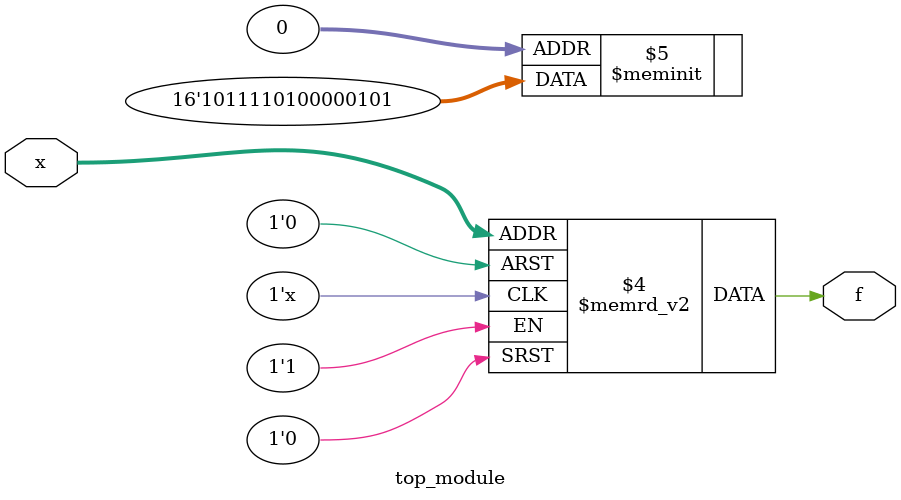
<source format=sv>
module top_module (
    input [4:1] x,
    output logic f
);

always_comb begin
    case(x)
        4'b0000: f = 1'b1;
        4'b0001: f = 1'b0;
        4'b0011: f = 1'b0;
        4'b0010: f = 1'b1;
        4'b0110: f = 1'b0;
        4'b0111: f = 1'b0;
        4'b0101: f = 1'b0;
        4'b0100: f = 1'b0;
        4'b1100: f = 1'b1;
        4'b1101: f = 1'b1;
        4'b1111: f = 1'b1;
        4'b1110: f = 1'b0;
        4'b1010: f = 1'b1;
        4'b1011: f = 1'b1;
        4'b1001: f = 1'b0;
        4'b1000: f = 1'b1;
    endcase
end

endmodule

</source>
